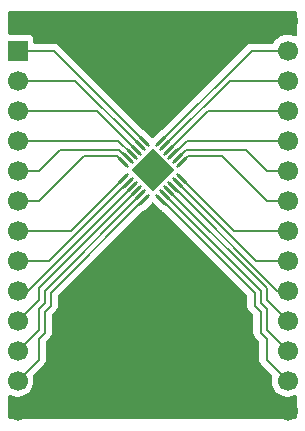
<source format=gtl>
G04 #@! TF.GenerationSoftware,KiCad,Pcbnew,9.0.6*
G04 #@! TF.CreationDate,2026-01-08T22:08:58-06:00*
G04 #@! TF.ProjectId,QFN-24_4x4_P0.5,51464e2d-3234-45f3-9478-345f50302e35,rev?*
G04 #@! TF.SameCoordinates,Original*
G04 #@! TF.FileFunction,Copper,L1,Top*
G04 #@! TF.FilePolarity,Positive*
%FSLAX46Y46*%
G04 Gerber Fmt 4.6, Leading zero omitted, Abs format (unit mm)*
G04 Created by KiCad (PCBNEW 9.0.6) date 2026-01-08 22:08:58*
%MOMM*%
%LPD*%
G01*
G04 APERTURE LIST*
G04 Aperture macros list*
%AMRoundRect*
0 Rectangle with rounded corners*
0 $1 Rounding radius*
0 $2 $3 $4 $5 $6 $7 $8 $9 X,Y pos of 4 corners*
0 Add a 4 corners polygon primitive as box body*
4,1,4,$2,$3,$4,$5,$6,$7,$8,$9,$2,$3,0*
0 Add four circle primitives for the rounded corners*
1,1,$1+$1,$2,$3*
1,1,$1+$1,$4,$5*
1,1,$1+$1,$6,$7*
1,1,$1+$1,$8,$9*
0 Add four rect primitives between the rounded corners*
20,1,$1+$1,$2,$3,$4,$5,0*
20,1,$1+$1,$4,$5,$6,$7,0*
20,1,$1+$1,$6,$7,$8,$9,0*
20,1,$1+$1,$8,$9,$2,$3,0*%
%AMRotRect*
0 Rectangle, with rotation*
0 The origin of the aperture is its center*
0 $1 length*
0 $2 width*
0 $3 Rotation angle, in degrees counterclockwise*
0 Add horizontal line*
21,1,$1,$2,0,0,$3*%
G04 Aperture macros list end*
G04 #@! TA.AperFunction,SMDPad,CuDef*
%ADD10RoundRect,0.062500X-0.424264X0.335876X0.335876X-0.424264X0.424264X-0.335876X-0.335876X0.424264X0*%
G04 #@! TD*
G04 #@! TA.AperFunction,SMDPad,CuDef*
%ADD11RoundRect,0.062500X-0.424264X-0.335876X-0.335876X-0.424264X0.424264X0.335876X0.335876X0.424264X0*%
G04 #@! TD*
G04 #@! TA.AperFunction,HeatsinkPad*
%ADD12C,0.500000*%
G04 #@! TD*
G04 #@! TA.AperFunction,HeatsinkPad*
%ADD13RotRect,2.600000X2.600000X315.000000*%
G04 #@! TD*
G04 #@! TA.AperFunction,ComponentPad*
%ADD14C,1.700000*%
G04 #@! TD*
G04 #@! TA.AperFunction,ComponentPad*
%ADD15R,1.700000X1.700000*%
G04 #@! TD*
G04 #@! TA.AperFunction,ViaPad*
%ADD16C,0.600000*%
G04 #@! TD*
G04 #@! TA.AperFunction,Conductor*
%ADD17C,0.200000*%
G04 #@! TD*
G04 APERTURE END LIST*
D10*
X122493312Y-106475983D03*
X122139759Y-106829537D03*
X121786205Y-107183090D03*
X121432652Y-107536643D03*
X121079099Y-107890197D03*
X120725545Y-108243750D03*
D11*
X120725545Y-109640286D03*
X121079099Y-109993839D03*
X121432652Y-110347393D03*
X121786205Y-110700946D03*
X122139759Y-111054499D03*
X122493312Y-111408053D03*
D10*
X123889848Y-111408053D03*
X124243401Y-111054499D03*
X124596955Y-110700946D03*
X124950508Y-110347393D03*
X125304061Y-109993839D03*
X125657615Y-109640286D03*
D11*
X125657615Y-108243750D03*
X125304061Y-107890197D03*
X124950508Y-107536643D03*
X124596955Y-107183090D03*
X124243401Y-106829537D03*
X123889848Y-106475983D03*
D12*
X123191580Y-107457094D03*
X122449118Y-108199556D03*
X121706656Y-108942018D03*
X123934042Y-108199556D03*
X123191580Y-108942018D03*
D13*
X123191580Y-108942018D03*
D12*
X122449118Y-109684480D03*
X124676504Y-108942018D03*
X123934042Y-109684480D03*
X123191580Y-110426942D03*
D14*
X134620000Y-129286000D03*
X134620000Y-126746000D03*
X134620000Y-124206000D03*
X134620000Y-121666000D03*
X134620000Y-119126000D03*
X134620000Y-116586000D03*
X134620000Y-114046000D03*
X134620000Y-111506000D03*
X134620000Y-108966000D03*
X134620000Y-106426000D03*
X134620000Y-103886000D03*
X134620000Y-101346000D03*
X134620000Y-98806000D03*
X134620000Y-96266000D03*
X111760000Y-129286000D03*
X111760000Y-126746000D03*
X111760000Y-124206000D03*
X111760000Y-121666000D03*
X111760000Y-119126000D03*
X111760000Y-116586000D03*
X111760000Y-114046000D03*
X111760000Y-111506000D03*
X111760000Y-108966000D03*
X111760000Y-106426000D03*
X111760000Y-103886000D03*
X111760000Y-101346000D03*
D15*
X111760000Y-98806000D03*
D14*
X111760000Y-96266000D03*
D16*
X123092625Y-122428000D03*
X123190000Y-105410000D03*
X123190000Y-112522000D03*
D17*
X113538000Y-108966000D02*
X111760000Y-108966000D01*
X115316000Y-107188000D02*
X113538000Y-108966000D01*
X120359715Y-107188000D02*
X115316000Y-107188000D01*
X121055655Y-107883940D02*
X120359715Y-107188000D01*
X129032000Y-107696000D02*
X132842000Y-111506000D01*
X132842000Y-111506000D02*
X134620000Y-111506000D01*
X125677899Y-108237493D02*
X126219392Y-107696000D01*
X126219392Y-107696000D02*
X129032000Y-107696000D01*
X131064000Y-107188000D02*
X132842000Y-108966000D01*
X126020285Y-107188000D02*
X131064000Y-107188000D01*
X132842000Y-108966000D02*
X134620000Y-108966000D01*
X125324345Y-107883940D02*
X126020285Y-107188000D01*
X132334000Y-122682000D02*
X132842000Y-123190000D01*
X124970792Y-110341136D02*
X133755656Y-119126000D01*
X124263685Y-111048242D02*
X132334000Y-119118557D01*
X132842000Y-120650000D02*
X132842000Y-122428000D01*
X125324345Y-109987582D02*
X131922763Y-116586000D01*
X131922763Y-116586000D02*
X134620000Y-116586000D01*
X132334000Y-119118557D02*
X132334000Y-120142000D01*
X132334000Y-120142000D02*
X132842000Y-120650000D01*
X124617239Y-110694689D02*
X132842000Y-118919450D01*
X131826000Y-119317664D02*
X131826000Y-120396000D01*
X132842000Y-124968000D02*
X134620000Y-126746000D01*
X132842000Y-122428000D02*
X134620000Y-124206000D01*
X132842000Y-123190000D02*
X132842000Y-124968000D01*
X132842000Y-119888000D02*
X134620000Y-121666000D01*
X131826000Y-120396000D02*
X132334000Y-120904000D01*
X132334000Y-120904000D02*
X132334000Y-122682000D01*
X133755656Y-119126000D02*
X134620000Y-119126000D01*
X123910132Y-111401796D02*
X131826000Y-119317664D01*
X132842000Y-118919450D02*
X132842000Y-119888000D01*
X125677899Y-109634029D02*
X130089870Y-114046000D01*
X130089870Y-114046000D02*
X134620000Y-114046000D01*
X131573858Y-98806000D02*
X134620000Y-98806000D01*
X127908072Y-103886000D02*
X134620000Y-103886000D01*
X129740965Y-101346000D02*
X134620000Y-101346000D01*
X123910132Y-106469726D02*
X131573858Y-98806000D01*
X124263685Y-106823280D02*
X129740965Y-101346000D01*
X124970792Y-107530386D02*
X126075178Y-106426000D01*
X126075178Y-106426000D02*
X134620000Y-106426000D01*
X124617239Y-107176833D02*
X127908072Y-103886000D01*
X114554000Y-120396000D02*
X114046000Y-120904000D01*
X114046000Y-120904000D02*
X114046000Y-122682000D01*
X113538000Y-123190000D02*
X113538000Y-124968000D01*
X114554000Y-119317664D02*
X114554000Y-120396000D01*
X122469868Y-111401796D02*
X114554000Y-119317664D01*
X114046000Y-122682000D02*
X113538000Y-123190000D01*
X113538000Y-124968000D02*
X111760000Y-126746000D01*
X113538000Y-120650000D02*
X113538000Y-122428000D01*
X114046000Y-120142000D02*
X113538000Y-120650000D01*
X114046000Y-119118557D02*
X114046000Y-120142000D01*
X122116315Y-111048242D02*
X114046000Y-119118557D01*
X113538000Y-122428000D02*
X111760000Y-124206000D01*
X113538000Y-118919450D02*
X113538000Y-119888000D01*
X113538000Y-119888000D02*
X111760000Y-121666000D01*
X121762761Y-110694689D02*
X113538000Y-118919450D01*
X112624344Y-119126000D02*
X111760000Y-119126000D01*
X121409208Y-110341136D02*
X112624344Y-119126000D01*
X114457237Y-116586000D02*
X111760000Y-116586000D01*
X121055655Y-109987582D02*
X114457237Y-116586000D01*
X116290130Y-114046000D02*
X111760000Y-114046000D01*
X120702101Y-109634029D02*
X116290130Y-114046000D01*
X114806142Y-98806000D02*
X111760000Y-98806000D01*
X122469868Y-106469726D02*
X114806142Y-98806000D01*
X116639035Y-101346000D02*
X111760000Y-101346000D01*
X122116315Y-106823280D02*
X116639035Y-101346000D01*
X121762761Y-107176833D02*
X118471928Y-103886000D01*
X118471928Y-103886000D02*
X111760000Y-103886000D01*
X121409208Y-107530386D02*
X120304822Y-106426000D01*
X120304822Y-106426000D02*
X111760000Y-106426000D01*
X117348000Y-107696000D02*
X113538000Y-111506000D01*
X113538000Y-111506000D02*
X111760000Y-111506000D01*
X120702101Y-108237493D02*
X120160608Y-107696000D01*
X120160608Y-107696000D02*
X117348000Y-107696000D01*
G04 #@! TA.AperFunction,Conductor*
G36*
X123234912Y-111653554D02*
G01*
X123279260Y-111682055D01*
X123853714Y-112256508D01*
X123853723Y-112256516D01*
X123941792Y-112324095D01*
X123941793Y-112324095D01*
X123941794Y-112324096D01*
X123965264Y-112333817D01*
X123989685Y-112343933D01*
X124029914Y-112370813D01*
X131189181Y-119530080D01*
X131222666Y-119591403D01*
X131225500Y-119617761D01*
X131225500Y-120309330D01*
X131225499Y-120309348D01*
X131225499Y-120475054D01*
X131225498Y-120475054D01*
X131225499Y-120475056D01*
X131225499Y-120475057D01*
X131266423Y-120627785D01*
X131266424Y-120627786D01*
X131271104Y-120635894D01*
X131271106Y-120635896D01*
X131345477Y-120764712D01*
X131345481Y-120764717D01*
X131464349Y-120883585D01*
X131464355Y-120883590D01*
X131697181Y-121116416D01*
X131730666Y-121177739D01*
X131733500Y-121204097D01*
X131733500Y-122595330D01*
X131733499Y-122595348D01*
X131733499Y-122761054D01*
X131733498Y-122761054D01*
X131749575Y-122821051D01*
X131774423Y-122913785D01*
X131776594Y-122917546D01*
X131776598Y-122917558D01*
X131776601Y-122917557D01*
X131853477Y-123050712D01*
X131853481Y-123050717D01*
X131972349Y-123169585D01*
X131972355Y-123169590D01*
X132205181Y-123402416D01*
X132238666Y-123463739D01*
X132241500Y-123490097D01*
X132241500Y-124881330D01*
X132241499Y-124881348D01*
X132241499Y-125047054D01*
X132241498Y-125047054D01*
X132241499Y-125047057D01*
X132282423Y-125199785D01*
X132282424Y-125199786D01*
X132286298Y-125206498D01*
X132286300Y-125206500D01*
X132361477Y-125336712D01*
X132361481Y-125336717D01*
X132480349Y-125455585D01*
X132480355Y-125455590D01*
X133286241Y-126261476D01*
X133319726Y-126322799D01*
X133316492Y-126387473D01*
X133302753Y-126429757D01*
X133269500Y-126639713D01*
X133269500Y-126852286D01*
X133302753Y-127062239D01*
X133368444Y-127264414D01*
X133464951Y-127453820D01*
X133589890Y-127625786D01*
X133740213Y-127776109D01*
X133912179Y-127901048D01*
X133912181Y-127901049D01*
X133912184Y-127901051D01*
X134101588Y-127997557D01*
X134303757Y-128063246D01*
X134513713Y-128096500D01*
X134513714Y-128096500D01*
X134726286Y-128096500D01*
X134726287Y-128096500D01*
X134936243Y-128063246D01*
X135138412Y-127997557D01*
X135209205Y-127961485D01*
X135277874Y-127948590D01*
X135342614Y-127974866D01*
X135382872Y-128031972D01*
X135389500Y-128071971D01*
X135389500Y-129869730D01*
X135369815Y-129936769D01*
X135317011Y-129982524D01*
X135265500Y-129993730D01*
X111114500Y-129993730D01*
X111047461Y-129974045D01*
X111001706Y-129921241D01*
X110990500Y-129869730D01*
X110990500Y-128071971D01*
X111010185Y-128004932D01*
X111062989Y-127959177D01*
X111132147Y-127949233D01*
X111170793Y-127961485D01*
X111241588Y-127997557D01*
X111443757Y-128063246D01*
X111653713Y-128096500D01*
X111653714Y-128096500D01*
X111866286Y-128096500D01*
X111866287Y-128096500D01*
X112076243Y-128063246D01*
X112278412Y-127997557D01*
X112467816Y-127901051D01*
X112489789Y-127885086D01*
X112639786Y-127776109D01*
X112639788Y-127776106D01*
X112639792Y-127776104D01*
X112790104Y-127625792D01*
X112790106Y-127625788D01*
X112790109Y-127625786D01*
X112915048Y-127453820D01*
X112915047Y-127453820D01*
X112915051Y-127453816D01*
X113011557Y-127264412D01*
X113077246Y-127062243D01*
X113110500Y-126852287D01*
X113110500Y-126639713D01*
X113077246Y-126429757D01*
X113063506Y-126387473D01*
X113061512Y-126317635D01*
X113093755Y-126261478D01*
X114018520Y-125336716D01*
X114097577Y-125199784D01*
X114138501Y-125047057D01*
X114138501Y-124888942D01*
X114138501Y-124881339D01*
X114138500Y-124881329D01*
X114138500Y-123490096D01*
X114158185Y-123423057D01*
X114174815Y-123402419D01*
X114404506Y-123172727D01*
X114404511Y-123172724D01*
X114414714Y-123162520D01*
X114414716Y-123162520D01*
X114526520Y-123050716D01*
X114605577Y-122913784D01*
X114646500Y-122761057D01*
X114646500Y-121204096D01*
X114666185Y-121137057D01*
X114682815Y-121116419D01*
X114912506Y-120886727D01*
X114912511Y-120886724D01*
X114922714Y-120876520D01*
X114922716Y-120876520D01*
X115034520Y-120764716D01*
X115113577Y-120627784D01*
X115150898Y-120488500D01*
X115154500Y-120475058D01*
X115154500Y-120316943D01*
X115154500Y-119617760D01*
X115174185Y-119550721D01*
X115190814Y-119530084D01*
X122347853Y-112373044D01*
X122388082Y-112346166D01*
X122441363Y-112324098D01*
X122441366Y-112324096D01*
X122441367Y-112324095D01*
X122529444Y-112256511D01*
X123103898Y-111682054D01*
X123165221Y-111648570D01*
X123234912Y-111653554D01*
G37*
G04 #@! TD.AperFunction*
G04 #@! TA.AperFunction,Conductor*
G36*
X123203862Y-107369183D02*
G01*
X123226945Y-107369267D01*
X123245103Y-107377639D01*
X123249701Y-107378582D01*
X123256182Y-107382747D01*
X123258997Y-107384045D01*
X123263137Y-107386726D01*
X123270043Y-107392026D01*
X123273576Y-107393489D01*
X123283082Y-107399647D01*
X123320943Y-107443662D01*
X123323295Y-107442305D01*
X123327357Y-107449341D01*
X123394938Y-107537415D01*
X123394943Y-107537421D01*
X123535509Y-107677987D01*
X123535513Y-107677990D01*
X123535517Y-107677994D01*
X123583018Y-107714443D01*
X123623596Y-107745580D01*
X123630627Y-107749639D01*
X123628919Y-107752597D01*
X123671025Y-107786479D01*
X123676318Y-107796164D01*
X123676849Y-107795858D01*
X123680911Y-107802894D01*
X123748492Y-107890968D01*
X123748497Y-107890974D01*
X123889062Y-108031539D01*
X123889069Y-108031545D01*
X123889071Y-108031547D01*
X123889078Y-108031552D01*
X123977148Y-108099132D01*
X123984192Y-108103199D01*
X123982490Y-108106146D01*
X124024638Y-108140121D01*
X124029880Y-108149710D01*
X124030401Y-108149410D01*
X124034463Y-108156445D01*
X124102045Y-108244522D01*
X124242615Y-108385092D01*
X124242622Y-108385098D01*
X124242624Y-108385100D01*
X124242631Y-108385105D01*
X124330703Y-108452686D01*
X124337743Y-108456751D01*
X124336039Y-108459701D01*
X124378174Y-108493648D01*
X124383428Y-108503268D01*
X124383955Y-108502965D01*
X124388017Y-108510001D01*
X124455598Y-108598075D01*
X124455603Y-108598081D01*
X124596169Y-108738647D01*
X124596173Y-108738650D01*
X124596177Y-108738654D01*
X124684256Y-108806240D01*
X124691287Y-108810299D01*
X124689579Y-108813257D01*
X124731685Y-108847139D01*
X124733954Y-108850520D01*
X124740108Y-108860021D01*
X124741572Y-108863555D01*
X124746865Y-108870453D01*
X124749555Y-108874606D01*
X124758163Y-108903540D01*
X124769050Y-108931701D01*
X124768026Y-108936692D01*
X124769479Y-108941575D01*
X124761076Y-108970572D01*
X124755011Y-109000146D01*
X124750452Y-109007239D01*
X124750034Y-109008684D01*
X124748872Y-109009697D01*
X124743856Y-109017504D01*
X124741569Y-109020484D01*
X124737507Y-109027520D01*
X124734570Y-109025824D01*
X124700522Y-109068011D01*
X124691002Y-109073210D01*
X124691301Y-109073728D01*
X124684260Y-109077793D01*
X124596179Y-109145378D01*
X124596176Y-109145381D01*
X124455612Y-109285946D01*
X124455604Y-109285954D01*
X124388018Y-109374032D01*
X124383956Y-109381070D01*
X124381034Y-109379383D01*
X124346881Y-109421626D01*
X124337448Y-109426776D01*
X124337742Y-109427285D01*
X124330706Y-109431347D01*
X124242629Y-109498930D01*
X124242623Y-109498935D01*
X124102059Y-109639500D01*
X124102051Y-109639508D01*
X124034467Y-109727584D01*
X124030400Y-109734629D01*
X124027481Y-109732943D01*
X123993302Y-109775197D01*
X123983895Y-109780332D01*
X123984188Y-109780839D01*
X123977152Y-109784901D01*
X123889075Y-109852483D01*
X123889070Y-109852488D01*
X123748506Y-109993053D01*
X123748498Y-109993061D01*
X123680912Y-110081139D01*
X123676846Y-110088183D01*
X123673908Y-110086486D01*
X123639862Y-110128671D01*
X123630342Y-110133870D01*
X123630641Y-110134388D01*
X123623600Y-110138453D01*
X123535519Y-110206038D01*
X123535516Y-110206041D01*
X123394952Y-110346606D01*
X123394944Y-110346614D01*
X123327358Y-110434692D01*
X123323296Y-110441730D01*
X123320364Y-110440037D01*
X123286283Y-110482244D01*
X123283074Y-110484394D01*
X123273572Y-110490548D01*
X123270043Y-110492010D01*
X123263155Y-110497294D01*
X123258988Y-110499994D01*
X123230045Y-110508603D01*
X123201881Y-110519488D01*
X123196895Y-110518464D01*
X123192018Y-110519916D01*
X123163021Y-110511513D01*
X123133438Y-110505442D01*
X123126350Y-110500886D01*
X123124910Y-110500469D01*
X123123899Y-110499310D01*
X123116094Y-110494294D01*
X123113116Y-110492009D01*
X123106080Y-110487947D01*
X123107780Y-110485001D01*
X123065628Y-110451022D01*
X123060391Y-110441423D01*
X123059863Y-110441729D01*
X123055800Y-110434691D01*
X122988221Y-110346620D01*
X122988216Y-110346614D01*
X122847652Y-110206050D01*
X122847643Y-110206042D01*
X122759565Y-110138456D01*
X122752525Y-110134392D01*
X122754226Y-110131445D01*
X122712075Y-110097468D01*
X122706839Y-110087877D01*
X122706313Y-110088181D01*
X122702248Y-110081141D01*
X122634667Y-109993067D01*
X122634662Y-109993061D01*
X122494098Y-109852497D01*
X122494089Y-109852489D01*
X122406008Y-109784901D01*
X122398972Y-109780839D01*
X122400664Y-109777907D01*
X122358461Y-109743828D01*
X122353278Y-109734327D01*
X122352760Y-109734627D01*
X122348697Y-109727591D01*
X122281114Y-109639514D01*
X122281109Y-109639508D01*
X122140545Y-109498944D01*
X122140536Y-109498936D01*
X122052458Y-109431350D01*
X122045418Y-109427286D01*
X122047119Y-109424339D01*
X122004968Y-109390362D01*
X121999731Y-109380763D01*
X121999203Y-109381069D01*
X121995140Y-109374031D01*
X121927561Y-109285960D01*
X121927556Y-109285954D01*
X121786992Y-109145390D01*
X121786983Y-109145382D01*
X121698905Y-109077796D01*
X121691865Y-109073732D01*
X121693566Y-109070785D01*
X121651415Y-109036808D01*
X121649207Y-109033517D01*
X121643051Y-109024013D01*
X121641588Y-109020481D01*
X121636293Y-109013581D01*
X121633606Y-109009432D01*
X121624996Y-108980494D01*
X121614110Y-108952335D01*
X121615133Y-108947344D01*
X121613681Y-108942463D01*
X121622083Y-108913460D01*
X121628149Y-108883890D01*
X121632704Y-108876801D01*
X121633124Y-108875354D01*
X121634287Y-108874338D01*
X121639308Y-108866527D01*
X121641587Y-108863556D01*
X121645651Y-108856518D01*
X121648625Y-108858235D01*
X121682400Y-108816188D01*
X121692177Y-108810847D01*
X121691864Y-108810305D01*
X121698900Y-108806241D01*
X121698904Y-108806240D01*
X121786983Y-108738655D01*
X121857267Y-108668370D01*
X121927548Y-108598090D01*
X121927551Y-108598085D01*
X121927556Y-108598081D01*
X121995142Y-108510002D01*
X121995143Y-108509998D01*
X121999207Y-108502962D01*
X122002176Y-108504676D01*
X122035981Y-108462615D01*
X122045730Y-108457288D01*
X122045419Y-108456749D01*
X122052451Y-108452688D01*
X122052457Y-108452686D01*
X122140536Y-108385101D01*
X122210820Y-108314816D01*
X122281101Y-108244536D01*
X122281104Y-108244531D01*
X122281109Y-108244527D01*
X122348695Y-108156448D01*
X122348696Y-108156445D01*
X122352759Y-108149409D01*
X122355728Y-108151123D01*
X122389533Y-108109062D01*
X122399285Y-108103736D01*
X122398973Y-108103196D01*
X122406006Y-108099134D01*
X122406010Y-108099133D01*
X122494089Y-108031548D01*
X122564373Y-107961263D01*
X122634654Y-107890983D01*
X122634657Y-107890978D01*
X122634662Y-107890974D01*
X122702248Y-107802895D01*
X122702250Y-107802889D01*
X122706311Y-107795857D01*
X122709275Y-107797568D01*
X122743122Y-107755485D01*
X122752834Y-107750183D01*
X122752524Y-107749645D01*
X122759560Y-107745581D01*
X122759564Y-107745580D01*
X122847643Y-107677995D01*
X122917927Y-107607710D01*
X122988208Y-107537430D01*
X122988211Y-107537425D01*
X122988216Y-107537421D01*
X123055802Y-107449342D01*
X123055803Y-107449338D01*
X123059867Y-107442302D01*
X123062836Y-107444016D01*
X123096641Y-107401955D01*
X123106390Y-107396628D01*
X123106079Y-107396089D01*
X123113108Y-107392029D01*
X123113117Y-107392026D01*
X123116089Y-107389744D01*
X123119051Y-107388599D01*
X123120158Y-107387961D01*
X123120257Y-107388133D01*
X123137613Y-107381422D01*
X123157076Y-107369014D01*
X123169587Y-107369059D01*
X123181255Y-107364548D01*
X123203862Y-107369183D01*
G37*
G04 #@! TD.AperFunction*
G04 #@! TA.AperFunction,Conductor*
G36*
X135332539Y-95454415D02*
G01*
X135378294Y-95507219D01*
X135389500Y-95558730D01*
X135389500Y-97480028D01*
X135369815Y-97547067D01*
X135317011Y-97592822D01*
X135247853Y-97602766D01*
X135209206Y-97590513D01*
X135138417Y-97554445D01*
X135138414Y-97554444D01*
X135138412Y-97554443D01*
X134936243Y-97488754D01*
X134936241Y-97488753D01*
X134936240Y-97488753D01*
X134774957Y-97463208D01*
X134726287Y-97455500D01*
X134513713Y-97455500D01*
X134465042Y-97463208D01*
X134303760Y-97488753D01*
X134101585Y-97554444D01*
X133912179Y-97650951D01*
X133740213Y-97775890D01*
X133589890Y-97926213D01*
X133464948Y-98098184D01*
X133464947Y-98098185D01*
X133444765Y-98137795D01*
X133396791Y-98188591D01*
X133334281Y-98205500D01*
X131652915Y-98205500D01*
X131494800Y-98205500D01*
X131342073Y-98246423D01*
X131342072Y-98246423D01*
X131342070Y-98246424D01*
X131342067Y-98246425D01*
X131291954Y-98275359D01*
X131291953Y-98275360D01*
X131248547Y-98300420D01*
X131205143Y-98325479D01*
X131205140Y-98325481D01*
X131093336Y-98437286D01*
X124008551Y-105522070D01*
X123968328Y-105548948D01*
X123941792Y-105559940D01*
X123853715Y-105627525D01*
X123279260Y-106201980D01*
X123217937Y-106235465D01*
X123148245Y-106230481D01*
X123103900Y-106201981D01*
X122529444Y-105627526D01*
X122529443Y-105627525D01*
X122529436Y-105627519D01*
X122441367Y-105559940D01*
X122441363Y-105559938D01*
X122409441Y-105546716D01*
X122369213Y-105519836D01*
X115293732Y-98444355D01*
X115293730Y-98444352D01*
X115174859Y-98325481D01*
X115174858Y-98325480D01*
X115088046Y-98275360D01*
X115088046Y-98275359D01*
X115088042Y-98275358D01*
X115037927Y-98246423D01*
X114885199Y-98205499D01*
X114727085Y-98205499D01*
X114719489Y-98205499D01*
X114719473Y-98205500D01*
X113234499Y-98205500D01*
X113167460Y-98185815D01*
X113121705Y-98133011D01*
X113110499Y-98081500D01*
X113110499Y-97908129D01*
X113110498Y-97908123D01*
X113104091Y-97848516D01*
X113053797Y-97713671D01*
X113053793Y-97713664D01*
X112967547Y-97598455D01*
X112967544Y-97598452D01*
X112852335Y-97512206D01*
X112852328Y-97512202D01*
X112717482Y-97461908D01*
X112717483Y-97461908D01*
X112657883Y-97455501D01*
X112657881Y-97455500D01*
X112657873Y-97455500D01*
X112657865Y-97455500D01*
X111114500Y-97455500D01*
X111047461Y-97435815D01*
X111001706Y-97383011D01*
X110990500Y-97331500D01*
X110990500Y-95558730D01*
X111010185Y-95491691D01*
X111062989Y-95445936D01*
X111114500Y-95434730D01*
X135265500Y-95434730D01*
X135332539Y-95454415D01*
G37*
G04 #@! TD.AperFunction*
M02*

</source>
